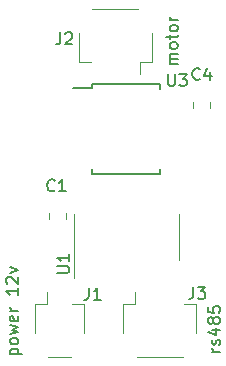
<source format=gbr>
G04 #@! TF.GenerationSoftware,KiCad,Pcbnew,5.1.2-f72e74a~84~ubuntu16.04.1*
G04 #@! TF.CreationDate,2019-06-21T14:24:11+02:00*
G04 #@! TF.ProjectId,microstepper,6d696372-6f73-4746-9570-7065722e6b69,rev?*
G04 #@! TF.SameCoordinates,Original*
G04 #@! TF.FileFunction,Legend,Top*
G04 #@! TF.FilePolarity,Positive*
%FSLAX46Y46*%
G04 Gerber Fmt 4.6, Leading zero omitted, Abs format (unit mm)*
G04 Created by KiCad (PCBNEW 5.1.2-f72e74a~84~ubuntu16.04.1) date 2019-06-21 14:24:11*
%MOMM*%
%LPD*%
G04 APERTURE LIST*
%ADD10C,0.150000*%
%ADD11C,0.120000*%
G04 APERTURE END LIST*
D10*
X34843980Y-24966371D02*
X34177314Y-24966371D01*
X34272552Y-24966371D02*
X34224933Y-24918752D01*
X34177314Y-24823514D01*
X34177314Y-24680657D01*
X34224933Y-24585419D01*
X34320171Y-24537800D01*
X34843980Y-24537800D01*
X34320171Y-24537800D02*
X34224933Y-24490180D01*
X34177314Y-24394942D01*
X34177314Y-24252085D01*
X34224933Y-24156847D01*
X34320171Y-24109228D01*
X34843980Y-24109228D01*
X34843980Y-23490180D02*
X34796361Y-23585419D01*
X34748742Y-23633038D01*
X34653504Y-23680657D01*
X34367790Y-23680657D01*
X34272552Y-23633038D01*
X34224933Y-23585419D01*
X34177314Y-23490180D01*
X34177314Y-23347323D01*
X34224933Y-23252085D01*
X34272552Y-23204466D01*
X34367790Y-23156847D01*
X34653504Y-23156847D01*
X34748742Y-23204466D01*
X34796361Y-23252085D01*
X34843980Y-23347323D01*
X34843980Y-23490180D01*
X34177314Y-22871133D02*
X34177314Y-22490180D01*
X33843980Y-22728276D02*
X34701123Y-22728276D01*
X34796361Y-22680657D01*
X34843980Y-22585419D01*
X34843980Y-22490180D01*
X34843980Y-22013990D02*
X34796361Y-22109228D01*
X34748742Y-22156847D01*
X34653504Y-22204466D01*
X34367790Y-22204466D01*
X34272552Y-22156847D01*
X34224933Y-22109228D01*
X34177314Y-22013990D01*
X34177314Y-21871133D01*
X34224933Y-21775895D01*
X34272552Y-21728276D01*
X34367790Y-21680657D01*
X34653504Y-21680657D01*
X34748742Y-21728276D01*
X34796361Y-21775895D01*
X34843980Y-21871133D01*
X34843980Y-22013990D01*
X34843980Y-21252085D02*
X34177314Y-21252085D01*
X34367790Y-21252085D02*
X34272552Y-21204466D01*
X34224933Y-21156847D01*
X34177314Y-21061609D01*
X34177314Y-20966371D01*
X20664514Y-49566057D02*
X21664514Y-49566057D01*
X20712133Y-49566057D02*
X20664514Y-49470819D01*
X20664514Y-49280342D01*
X20712133Y-49185104D01*
X20759752Y-49137485D01*
X20854990Y-49089866D01*
X21140704Y-49089866D01*
X21235942Y-49137485D01*
X21283561Y-49185104D01*
X21331180Y-49280342D01*
X21331180Y-49470819D01*
X21283561Y-49566057D01*
X21331180Y-48518438D02*
X21283561Y-48613676D01*
X21235942Y-48661295D01*
X21140704Y-48708914D01*
X20854990Y-48708914D01*
X20759752Y-48661295D01*
X20712133Y-48613676D01*
X20664514Y-48518438D01*
X20664514Y-48375580D01*
X20712133Y-48280342D01*
X20759752Y-48232723D01*
X20854990Y-48185104D01*
X21140704Y-48185104D01*
X21235942Y-48232723D01*
X21283561Y-48280342D01*
X21331180Y-48375580D01*
X21331180Y-48518438D01*
X20664514Y-47851771D02*
X21331180Y-47661295D01*
X20854990Y-47470819D01*
X21331180Y-47280342D01*
X20664514Y-47089866D01*
X21283561Y-46327961D02*
X21331180Y-46423200D01*
X21331180Y-46613676D01*
X21283561Y-46708914D01*
X21188323Y-46756533D01*
X20807371Y-46756533D01*
X20712133Y-46708914D01*
X20664514Y-46613676D01*
X20664514Y-46423200D01*
X20712133Y-46327961D01*
X20807371Y-46280342D01*
X20902609Y-46280342D01*
X20997847Y-46756533D01*
X21331180Y-45851771D02*
X20664514Y-45851771D01*
X20854990Y-45851771D02*
X20759752Y-45804152D01*
X20712133Y-45756533D01*
X20664514Y-45661295D01*
X20664514Y-45566057D01*
X21331180Y-43947009D02*
X21331180Y-44518438D01*
X21331180Y-44232723D02*
X20331180Y-44232723D01*
X20474038Y-44327961D01*
X20569276Y-44423200D01*
X20616895Y-44518438D01*
X20426419Y-43566057D02*
X20378800Y-43518438D01*
X20331180Y-43423200D01*
X20331180Y-43185104D01*
X20378800Y-43089866D01*
X20426419Y-43042247D01*
X20521657Y-42994628D01*
X20616895Y-42994628D01*
X20759752Y-43042247D01*
X21331180Y-43613676D01*
X21331180Y-42994628D01*
X20664514Y-42661295D02*
X21331180Y-42423200D01*
X20664514Y-42185104D01*
X38425380Y-49326561D02*
X37758714Y-49326561D01*
X37949190Y-49326561D02*
X37853952Y-49278942D01*
X37806333Y-49231323D01*
X37758714Y-49136085D01*
X37758714Y-49040847D01*
X38377761Y-48755133D02*
X38425380Y-48659895D01*
X38425380Y-48469419D01*
X38377761Y-48374180D01*
X38282523Y-48326561D01*
X38234904Y-48326561D01*
X38139666Y-48374180D01*
X38092047Y-48469419D01*
X38092047Y-48612276D01*
X38044428Y-48707514D01*
X37949190Y-48755133D01*
X37901571Y-48755133D01*
X37806333Y-48707514D01*
X37758714Y-48612276D01*
X37758714Y-48469419D01*
X37806333Y-48374180D01*
X37758714Y-47469419D02*
X38425380Y-47469419D01*
X37377761Y-47707514D02*
X38092047Y-47945609D01*
X38092047Y-47326561D01*
X37853952Y-46802752D02*
X37806333Y-46897990D01*
X37758714Y-46945609D01*
X37663476Y-46993228D01*
X37615857Y-46993228D01*
X37520619Y-46945609D01*
X37473000Y-46897990D01*
X37425380Y-46802752D01*
X37425380Y-46612276D01*
X37473000Y-46517038D01*
X37520619Y-46469419D01*
X37615857Y-46421800D01*
X37663476Y-46421800D01*
X37758714Y-46469419D01*
X37806333Y-46517038D01*
X37853952Y-46612276D01*
X37853952Y-46802752D01*
X37901571Y-46897990D01*
X37949190Y-46945609D01*
X38044428Y-46993228D01*
X38234904Y-46993228D01*
X38330142Y-46945609D01*
X38377761Y-46897990D01*
X38425380Y-46802752D01*
X38425380Y-46612276D01*
X38377761Y-46517038D01*
X38330142Y-46469419D01*
X38234904Y-46421800D01*
X38044428Y-46421800D01*
X37949190Y-46469419D01*
X37901571Y-46517038D01*
X37853952Y-46612276D01*
X37425380Y-45517038D02*
X37425380Y-45993228D01*
X37901571Y-46040847D01*
X37853952Y-45993228D01*
X37806333Y-45897990D01*
X37806333Y-45659895D01*
X37853952Y-45564657D01*
X37901571Y-45517038D01*
X37996809Y-45469419D01*
X38234904Y-45469419D01*
X38330142Y-45517038D01*
X38377761Y-45564657D01*
X38425380Y-45659895D01*
X38425380Y-45897990D01*
X38377761Y-45993228D01*
X38330142Y-46040847D01*
D11*
X31384800Y-49751200D02*
X35264800Y-49751200D01*
X36434800Y-45281200D02*
X35384800Y-45281200D01*
X36434800Y-47781200D02*
X36434800Y-45281200D01*
X31264800Y-45281200D02*
X31264800Y-44291200D01*
X30214800Y-45281200D02*
X31264800Y-45281200D01*
X30214800Y-47781200D02*
X30214800Y-45281200D01*
X31505600Y-20352800D02*
X27625600Y-20352800D01*
X26455600Y-24822800D02*
X27505600Y-24822800D01*
X26455600Y-22322800D02*
X26455600Y-24822800D01*
X31625600Y-24822800D02*
X31625600Y-25812800D01*
X32675600Y-24822800D02*
X31625600Y-24822800D01*
X32675600Y-22322800D02*
X32675600Y-24822800D01*
X23901200Y-49751200D02*
X25781200Y-49751200D01*
X26951200Y-45281200D02*
X25901200Y-45281200D01*
X26951200Y-47781200D02*
X26951200Y-45281200D01*
X23781200Y-45281200D02*
X23781200Y-44291200D01*
X22731200Y-45281200D02*
X23781200Y-45281200D01*
X22731200Y-47781200D02*
X22731200Y-45281200D01*
D10*
X27605000Y-27005000D02*
X26005000Y-27005000D01*
X27605000Y-34305000D02*
X33355000Y-34305000D01*
X27605000Y-26655000D02*
X33355000Y-26655000D01*
X27605000Y-34305000D02*
X27605000Y-33855000D01*
X33355000Y-34305000D02*
X33355000Y-33855000D01*
X33355000Y-26655000D02*
X33355000Y-27105000D01*
X27605000Y-26655000D02*
X27605000Y-27005000D01*
D11*
X26045000Y-39624000D02*
X26045000Y-43074000D01*
X26045000Y-39624000D02*
X26045000Y-37674000D01*
X34915000Y-39624000D02*
X34915000Y-41574000D01*
X34915000Y-39624000D02*
X34915000Y-37674000D01*
X37540000Y-28709252D02*
X37540000Y-28186748D01*
X36120000Y-28709252D02*
X36120000Y-28186748D01*
X25348000Y-38107252D02*
X25348000Y-37584748D01*
X23928000Y-38107252D02*
X23928000Y-37584748D01*
D10*
X36166466Y-43851580D02*
X36166466Y-44565866D01*
X36118847Y-44708723D01*
X36023609Y-44803961D01*
X35880752Y-44851580D01*
X35785514Y-44851580D01*
X36547419Y-43851580D02*
X37166466Y-43851580D01*
X36833133Y-44232533D01*
X36975990Y-44232533D01*
X37071228Y-44280152D01*
X37118847Y-44327771D01*
X37166466Y-44423009D01*
X37166466Y-44661104D01*
X37118847Y-44756342D01*
X37071228Y-44803961D01*
X36975990Y-44851580D01*
X36690276Y-44851580D01*
X36595038Y-44803961D01*
X36547419Y-44756342D01*
X24914266Y-22312380D02*
X24914266Y-23026666D01*
X24866647Y-23169523D01*
X24771409Y-23264761D01*
X24628552Y-23312380D01*
X24533314Y-23312380D01*
X25342838Y-22407619D02*
X25390457Y-22360000D01*
X25485695Y-22312380D01*
X25723790Y-22312380D01*
X25819028Y-22360000D01*
X25866647Y-22407619D01*
X25914266Y-22502857D01*
X25914266Y-22598095D01*
X25866647Y-22740952D01*
X25295219Y-23312380D01*
X25914266Y-23312380D01*
X27327266Y-43927780D02*
X27327266Y-44642066D01*
X27279647Y-44784923D01*
X27184409Y-44880161D01*
X27041552Y-44927780D01*
X26946314Y-44927780D01*
X28327266Y-44927780D02*
X27755838Y-44927780D01*
X28041552Y-44927780D02*
X28041552Y-43927780D01*
X27946314Y-44070638D01*
X27851076Y-44165876D01*
X27755838Y-44213495D01*
X34036095Y-25842980D02*
X34036095Y-26652504D01*
X34083714Y-26747742D01*
X34131333Y-26795361D01*
X34226571Y-26842980D01*
X34417047Y-26842980D01*
X34512285Y-26795361D01*
X34559904Y-26747742D01*
X34607523Y-26652504D01*
X34607523Y-25842980D01*
X34988476Y-25842980D02*
X35607523Y-25842980D01*
X35274190Y-26223933D01*
X35417047Y-26223933D01*
X35512285Y-26271552D01*
X35559904Y-26319171D01*
X35607523Y-26414409D01*
X35607523Y-26652504D01*
X35559904Y-26747742D01*
X35512285Y-26795361D01*
X35417047Y-26842980D01*
X35131333Y-26842980D01*
X35036095Y-26795361D01*
X34988476Y-26747742D01*
X24652380Y-42671904D02*
X25461904Y-42671904D01*
X25557142Y-42624285D01*
X25604761Y-42576666D01*
X25652380Y-42481428D01*
X25652380Y-42290952D01*
X25604761Y-42195714D01*
X25557142Y-42148095D01*
X25461904Y-42100476D01*
X24652380Y-42100476D01*
X25652380Y-41100476D02*
X25652380Y-41671904D01*
X25652380Y-41386190D02*
X24652380Y-41386190D01*
X24795238Y-41481428D01*
X24890476Y-41576666D01*
X24938095Y-41671904D01*
X36714133Y-26239742D02*
X36666514Y-26287361D01*
X36523657Y-26334980D01*
X36428419Y-26334980D01*
X36285561Y-26287361D01*
X36190323Y-26192123D01*
X36142704Y-26096885D01*
X36095085Y-25906409D01*
X36095085Y-25763552D01*
X36142704Y-25573076D01*
X36190323Y-25477838D01*
X36285561Y-25382600D01*
X36428419Y-25334980D01*
X36523657Y-25334980D01*
X36666514Y-25382600D01*
X36714133Y-25430219D01*
X37571276Y-25668314D02*
X37571276Y-26334980D01*
X37333180Y-25287361D02*
X37095085Y-26001647D01*
X37714133Y-26001647D01*
X24420533Y-35663142D02*
X24372914Y-35710761D01*
X24230057Y-35758380D01*
X24134819Y-35758380D01*
X23991961Y-35710761D01*
X23896723Y-35615523D01*
X23849104Y-35520285D01*
X23801485Y-35329809D01*
X23801485Y-35186952D01*
X23849104Y-34996476D01*
X23896723Y-34901238D01*
X23991961Y-34806000D01*
X24134819Y-34758380D01*
X24230057Y-34758380D01*
X24372914Y-34806000D01*
X24420533Y-34853619D01*
X25372914Y-35758380D02*
X24801485Y-35758380D01*
X25087200Y-35758380D02*
X25087200Y-34758380D01*
X24991961Y-34901238D01*
X24896723Y-34996476D01*
X24801485Y-35044095D01*
M02*

</source>
